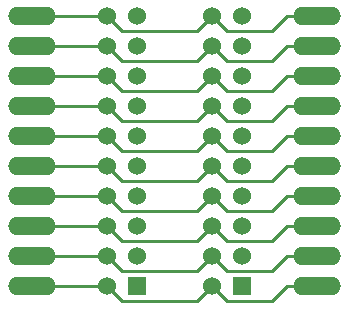
<source format=gbl>
G04 (created by PCBNEW-RS274X (2012-01-19 BZR 3256)-stable) date 20/09/2012 17:26:11*
G01*
G70*
G90*
%MOIN*%
G04 Gerber Fmt 3.4, Leading zero omitted, Abs format*
%FSLAX34Y34*%
G04 APERTURE LIST*
%ADD10C,0.006000*%
%ADD11O,0.160000X0.060000*%
%ADD12C,0.060000*%
%ADD13R,0.060000X0.060000*%
%ADD14C,0.010000*%
G04 APERTURE END LIST*
G54D10*
G54D11*
X85000Y-64500D03*
X85000Y-63500D03*
X85000Y-62500D03*
X85000Y-61500D03*
X85000Y-60500D03*
X85000Y-59500D03*
X85000Y-58500D03*
X85000Y-57500D03*
X85000Y-56500D03*
X85000Y-55500D03*
X94500Y-64500D03*
X94500Y-63500D03*
X94500Y-62500D03*
X94500Y-61500D03*
X94500Y-60500D03*
X94500Y-59500D03*
X94500Y-58500D03*
X94500Y-57500D03*
X94500Y-56500D03*
X94500Y-55500D03*
G54D12*
X87500Y-64500D03*
X88500Y-63500D03*
G54D13*
X88500Y-64500D03*
G54D12*
X87500Y-63500D03*
X88500Y-62500D03*
X87500Y-62500D03*
X88500Y-61500D03*
X87500Y-61500D03*
X88500Y-60500D03*
X87500Y-60500D03*
X88500Y-59500D03*
X87500Y-59500D03*
X88500Y-58500D03*
X87500Y-58500D03*
X88500Y-57500D03*
X87500Y-57500D03*
X88500Y-56500D03*
X87500Y-56500D03*
X88500Y-55500D03*
X87500Y-55500D03*
X91000Y-64500D03*
X92000Y-63500D03*
G54D13*
X92000Y-64500D03*
G54D12*
X91000Y-63500D03*
X92000Y-62500D03*
X91000Y-62500D03*
X92000Y-61500D03*
X91000Y-61500D03*
X92000Y-60500D03*
X91000Y-60500D03*
X92000Y-59500D03*
X91000Y-59500D03*
X92000Y-58500D03*
X91000Y-58500D03*
X92000Y-57500D03*
X91000Y-57500D03*
X92000Y-56500D03*
X91000Y-56500D03*
X92000Y-55500D03*
X91000Y-55500D03*
G54D14*
X93500Y-55500D02*
X94500Y-55500D01*
X93000Y-56000D02*
X93500Y-55500D01*
X91500Y-56000D02*
X93000Y-56000D01*
X87500Y-55500D02*
X88000Y-56000D01*
X90500Y-56000D02*
X91000Y-55500D01*
X88000Y-56000D02*
X90500Y-56000D01*
X85000Y-55500D02*
X87500Y-55500D01*
X91000Y-55500D02*
X91500Y-56000D01*
X87500Y-56500D02*
X88000Y-57000D01*
X90500Y-57000D02*
X91000Y-56500D01*
X88000Y-57000D02*
X90500Y-57000D01*
X85000Y-56500D02*
X87500Y-56500D01*
X91500Y-57000D02*
X93000Y-57000D01*
X93000Y-57000D02*
X93500Y-56500D01*
X93500Y-56500D02*
X94500Y-56500D01*
X91000Y-56500D02*
X91500Y-57000D01*
X91000Y-57500D02*
X91500Y-58000D01*
X93500Y-57500D02*
X94500Y-57500D01*
X93000Y-58000D02*
X93500Y-57500D01*
X91500Y-58000D02*
X93000Y-58000D01*
X87500Y-57500D02*
X88000Y-58000D01*
X90500Y-58000D02*
X91000Y-57500D01*
X88000Y-58000D02*
X90500Y-58000D01*
X85000Y-57500D02*
X87500Y-57500D01*
X91000Y-58500D02*
X91500Y-59000D01*
X93500Y-58500D02*
X94500Y-58500D01*
X93000Y-59000D02*
X93500Y-58500D01*
X91500Y-59000D02*
X93000Y-59000D01*
X87500Y-58500D02*
X88000Y-59000D01*
X90500Y-59000D02*
X91000Y-58500D01*
X88000Y-59000D02*
X90500Y-59000D01*
X85000Y-58500D02*
X87500Y-58500D01*
X88000Y-60000D02*
X90500Y-60000D01*
X85000Y-59500D02*
X87500Y-59500D01*
X90500Y-60000D02*
X91000Y-59500D01*
X87500Y-59500D02*
X88000Y-60000D01*
X91500Y-60000D02*
X93000Y-60000D01*
X93000Y-60000D02*
X93500Y-59500D01*
X93500Y-59500D02*
X94500Y-59500D01*
X91000Y-59500D02*
X91500Y-60000D01*
X91000Y-60500D02*
X91500Y-61000D01*
X93500Y-60500D02*
X94500Y-60500D01*
X93000Y-61000D02*
X93500Y-60500D01*
X91500Y-61000D02*
X93000Y-61000D01*
X87500Y-60500D02*
X88000Y-61000D01*
X90500Y-61000D02*
X91000Y-60500D01*
X88000Y-61000D02*
X90500Y-61000D01*
X85000Y-60500D02*
X87500Y-60500D01*
X93500Y-61500D02*
X94500Y-61500D01*
X93000Y-62000D02*
X93500Y-61500D01*
X91500Y-62000D02*
X93000Y-62000D01*
X87500Y-61500D02*
X88000Y-62000D01*
X90500Y-62000D02*
X91000Y-61500D01*
X88000Y-62000D02*
X90500Y-62000D01*
X85000Y-61500D02*
X87500Y-61500D01*
X91000Y-61500D02*
X91500Y-62000D01*
X93000Y-63000D02*
X93500Y-62500D01*
X90500Y-63000D02*
X91000Y-62500D01*
X88000Y-63000D02*
X90500Y-63000D01*
X85000Y-62500D02*
X87500Y-62500D01*
X91500Y-63000D02*
X93000Y-63000D01*
X93500Y-62500D02*
X94500Y-62500D01*
X91000Y-62500D02*
X91500Y-63000D01*
X87500Y-62500D02*
X88000Y-63000D01*
X88000Y-64000D02*
X90500Y-64000D01*
X85000Y-63500D02*
X87500Y-63500D01*
X90500Y-64000D02*
X91000Y-63500D01*
X87500Y-63500D02*
X88000Y-64000D01*
X93000Y-64000D02*
X93500Y-63500D01*
X93500Y-63500D02*
X94500Y-63500D01*
X91000Y-63500D02*
X91500Y-64000D01*
X91500Y-64000D02*
X93000Y-64000D01*
X91000Y-64500D02*
X91500Y-65000D01*
X93500Y-64500D02*
X94500Y-64500D01*
X93000Y-65000D02*
X93500Y-64500D01*
X91500Y-65000D02*
X93000Y-65000D01*
X87500Y-64500D02*
X88000Y-65000D01*
X90500Y-65000D02*
X91000Y-64500D01*
X88000Y-65000D02*
X90500Y-65000D01*
X85000Y-64500D02*
X87500Y-64500D01*
M02*

</source>
